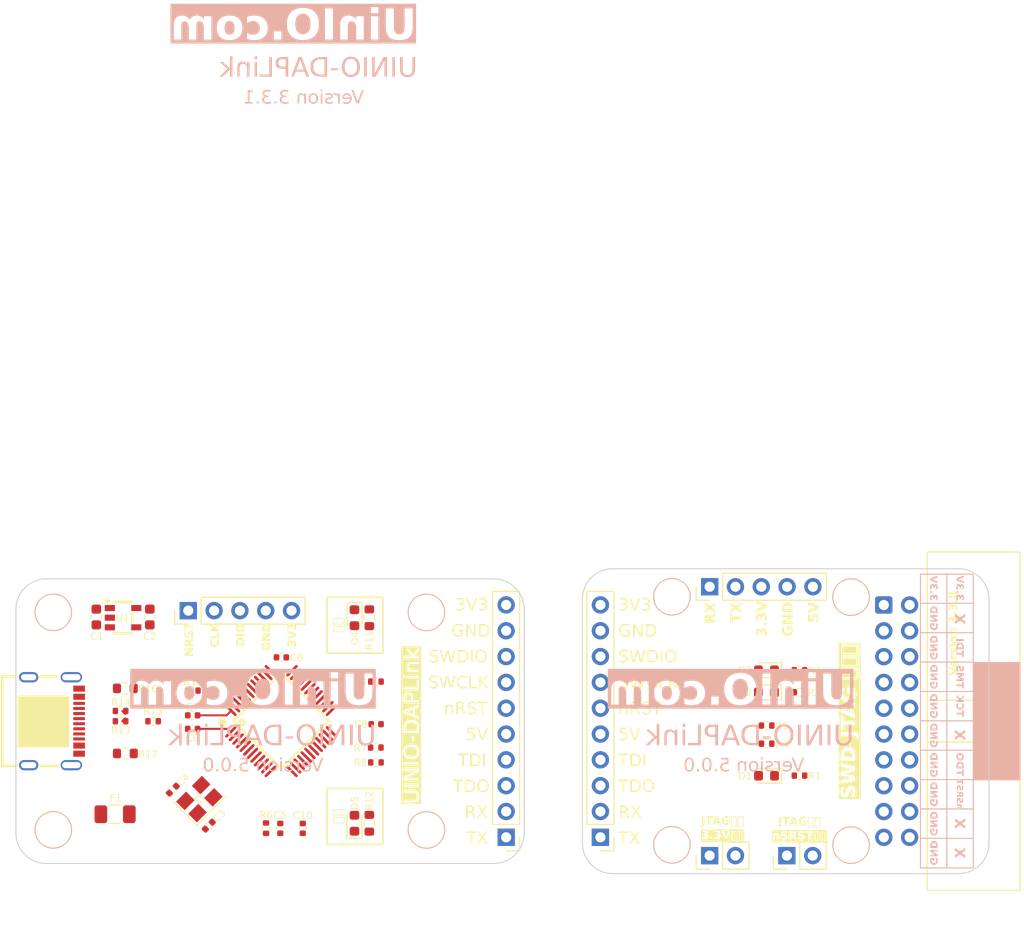
<source format=kicad_pcb>
(kicad_pcb (version 20240108) (generator "pcbnew") (generator_version "8.0")
  (title_block (title "UINIO-DAPLink") (date "2024-01-11") (rev "Version 3.3.1") (company "UinIO.com 电子技术实验室"))
  (layers (0 "F.Cu" signal) (31 "B.Cu" signal) (34 "B.Paste" user) (35 "F.Paste" user) (36 "B.SilkS" user "B.Silkscreen") (37 "F.SilkS" user "F.Silkscreen") (38 "B.Mask" user) (39 "F.Mask" user) (44 "Edge.Cuts" user))
  (net 0 "")
  (net 1 "GND")
  (net 3 "/VDD_3.3V")
  (net 4 "Net-(C3-Pad2)")
  (net 5 "Net-(C4-Pad2)")
  (net 6 "Net-(U2-NRST)")
  (net 7 "Net-(D1-K)")
  (net 8 "Net-(D2-K)")
  (net 9 "/_USART2_RX")
  (net 10 "/_USART2_TX")
  (net 11 "/_VDD_3.3V")
  (net 12 "/_JTAG_nRST_Output")
  (net 13 "/RTCK")
  (net 14 "/_VDD_5V")
  (net 15 "/_JTAG_TMS{slash}SWDIO")
  (net 16 "/_JTAG_TCK{slash}SWCLK")
  (net 17 "/Download_SWCLK")
  (net 18 "/Download_SWDIO")
  (net 19 "/USART2_TX")
  (net 20 "/USART2_RX")
  (net 21 "/nRST")
  (net 22 "/JTAG_TDO")
  (net 23 "/JTAG_TDI")
  (net 24 "/JTAG_TCK{slash}SWCLK")
  (net 25 "/JTAG_TMS{slash}SWDIO")
  (net 26 "/VDD_5V")
  (net 27 "/_JTAG_TDO")
  (net 28 "/_JTAG_TDI")
  (net 29 "Net-(D3-K)")
  (net 30 "Net-(D4-A)")
  (net 31 "Net-(D4-K)")
  (net 32 "Net-(D5-A)")
  (net 33 "/USB_Data_N")
  (net 34 "/USB_Data_P")
  (net 35 "Net-(D5-K)")
  (net 38 "Net-(U2-PB12)")
  (net 39 "Net-(U2-BOOT0)")
  (net 40 "Net-(USB1-CC1)")
  (net 41 "Net-(USB1-CC2)")
  (net 59 "Net-(U2-PD1-OSC_OUT)")
  (net 60 "Net-(U2-PD0-OSC_IN)")
  (net 63 "/_JTAG_nRST")
  (net 64 "/JTAG_nRST")
  (net 66 "/USB_+")
  (net 67 "/USB_-")
  (net 70 "/_VDD_3.3V_Output")
  (net 71 "Net-(J5-Pin_6)")
  (net 72 "Net-(J5-Pin_4)")
  (net 73 "Net-(U2-PB2)")
  (net 74 "/NRST")
  (footprint "Connector_PinHeader_2.54mm:PinHeader_1x05_P2.54mm_Vertical" (layer "F.Cu") (at 109.27 125.8 90)
    (property "Reference" "J6" (hide yes))
    (property "Value" "DAPLink 固件下载接口")
    (pad "1" thru_hole rect (at 0 0 90) (size 1.7 1.7) (drill 1) (layers "*.Cu" "*.Mask") (net 74 "/NRST"))
    (pad "2" thru_hole oval (at 0 2.54 90) (size 1.7 1.7) (drill 1) (layers "*.Cu" "*.Mask") (net 17 "/Download_SWCLK"))
    (pad "3" thru_hole oval (at 0 5.08 90) (size 1.7 1.7) (drill 1) (layers "*.Cu" "*.Mask") (net 18 "/Download_SWDIO"))
    (pad "4" thru_hole oval (at 0 7.62 90) (size 1.7 1.7) (drill 1) (layers "*.Cu" "*.Mask") (net 1 "GND"))
    (pad "5" thru_hole oval (at 0 10.16 90) (size 1.7 1.7) (drill 1) (layers "*.Cu" "*.Mask") (net 3 "/VDD_3.3V"))
  )
  (footprint "Connector_PinHeader_2.54mm:PinHeader_1x10_P2.54mm_Vertical" (layer "F.Cu") (at 140.54 148.1 180)
    (property "Reference" "J7" (hide yes))
    (property "Value" "SWD 下载输出")
    (pad "1" thru_hole rect (at 0 0 180) (size 1.7 1.7) (drill 1) (layers "*.Cu" "*.Mask") (net 19 "/USART2_TX"))
    (pad "2" thru_hole oval (at 0 2.54 180) (size 1.7 1.7) (drill 1) (layers "*.Cu" "*.Mask") (net 20 "/USART2_RX"))
    (pad "3" thru_hole oval (at 0 5.08 180) (size 1.7 1.7) (drill 1) (layers "*.Cu" "*.Mask") (net 22 "/JTAG_TDO"))
    (pad "4" thru_hole oval (at 0 7.62 180) (size 1.7 1.7) (drill 1) (layers "*.Cu" "*.Mask") (net 23 "/JTAG_TDI"))
    (pad "5" thru_hole oval (at 0 10.16 180) (size 1.7 1.7) (drill 1) (layers "*.Cu" "*.Mask") (net 26 "/VDD_5V"))
    (pad "6" thru_hole oval (at 0 12.7 180) (size 1.7 1.7) (drill 1) (layers "*.Cu" "*.Mask") (net 64 "/JTAG_nRST"))
    (pad "7" thru_hole oval (at 0 15.24 180) (size 1.7 1.7) (drill 1) (layers "*.Cu" "*.Mask") (net 24 "/JTAG_TCK{slash}SWCLK"))
    (pad "8" thru_hole oval (at 0 17.78 180) (size 1.7 1.7) (drill 1) (layers "*.Cu" "*.Mask") (net 25 "/JTAG_TMS{slash}SWDIO"))
    (pad "9" thru_hole oval (at 0 20.32 180) (size 1.7 1.7) (drill 1) (layers "*.Cu" "*.Mask") (net 1 "GND"))
    (pad "10" thru_hole oval (at 0 22.86 180) (size 1.7 1.7) (drill 1) (layers "*.Cu" "*.Mask") (net 3 "/VDD_3.3V"))
  )
  (footprint "LED_SMD:LED_0603_1608Metric" (layer "F.Cu") (at 166.155 142.046 180)
    (property "Reference" "D1" (at 2.12 -0.07 0) (layer "F.SilkS") (effects (font (size 0.7 0.7))))
    (property "Value" "LED_Red")
    (pad "1" smd roundrect (at -0.7875 0 180) (size 0.875 0.95) (layers "F.Cu" "F.Paste" "F.Mask") (net 7 "Net-(D1-K)"))
    (pad "2" smd roundrect (at 0.7875 0 180) (size 0.875 0.95) (layers "F.Cu" "F.Paste" "F.Mask") (net 11 "/_VDD_3.3V"))
  )
  (footprint "Capacitor_SMD:C_0402_1005Metric" (layer "F.Cu") (at 111.289845 146.95276 45)
    (property "Reference" "C3" (at 1.413381 0.095311 45) (layer "F.SilkS") (effects (font (size 0.7 0.7))))
    (property "Value" "20pF")
    (pad "1" smd roundrect (at -0.48 0 45) (size 0.56 0.62) (layers "F.Cu" "F.Paste" "F.Mask") (net 1 "GND"))
    (pad "2" smd roundrect (at 0.48 0 45) (size 0.56 0.62) (layers "F.Cu" "F.Paste" "F.Mask") (net 4 "Net-(C3-Pad2)"))
  )
  (footprint "Uinio:Hole-2mm" (layer "F.Cu") (at 95.99 125.97)
    (property "Reference" "HOLE**" (hide yes))
    (property "Value" "Hole-2mm" (hide yes))
    (pad "" np_thru_hole circle (at 0 0) (size 2.2 2.2) (drill 2.2) (layers "F&B.Cu" "*.Mask"))
  )
  (footprint "Resistor_SMD:R_0603_1608Metric" (layer "F.Cu") (at 127.08 126.4965 -90)
    (property "Reference" "R11" (at 2.2525 -0.05 90) (layer "F.SilkS") (effects (font (size 0.7 0.7))))
    (property "Value" "10K")
    (pad "1" smd roundrect (at -0.825 0 270) (size 0.8 0.95) (layers "F.Cu" "F.Paste" "F.Mask") (net 31 "Net-(D4-K)"))
    (pad "2" smd roundrect (at 0.825 0 270) (size 0.8 0.95) (layers "F.Cu" "F.Paste" "F.Mask") (net 1 "GND"))
  )
  (footprint "Uinio:Hole-2mm" (layer "F.Cu") (at 156.85 124.44)
    (property "Reference" "HOLE**" (hide yes))
    (property "Value" "Hole-2mm" (hide yes))
    (pad "" np_thru_hole circle (at 0 0) (size 2.2 2.2) (drill 2.2) (layers "F&B.Cu" "*.Mask"))
  )
  (footprint "Capacitor_SMD:C_0603_1608Metric" (layer "F.Cu") (at 105.485 126.425 -90)
    (property "Reference" "C2" (at 1.959 0.01 180) (layer "F.SilkS") (effects (font (size 0.7 0.7))))
    (property "Value" "1uF")
    (pad "1" smd roundrect (at -0.775 0 270) (size 0.9 0.95) (layers "F.Cu" "F.Paste" "F.Mask") (net 3 "/VDD_3.3V"))
    (pad "2" smd roundrect (at 0.775 0 270) (size 0.9 0.95) (layers "F.Cu" "F.Paste" "F.Mask") (net 1 "GND"))
  )
  (footprint "Resistor_SMD:R_0402_1005Metric" (layer "F.Cu") (at 169.4 133.834)
    (property "Reference" "R2" (at 1.446 0.08 0) (layer "F.SilkS") (effects (font (size 0.7 0.7))))
    (property "Value" "1.5K")
    (pad "1" smd roundrect (at -0.51 0) (size 0.54 0.64) (layers "F.Cu" "F.Paste" "F.Mask") (net 8 "Net-(D2-K)"))
    (pad "2" smd roundrect (at 0.51 0) (size 0.54 0.64) (layers "F.Cu" "F.Paste" "F.Mask") (net 10 "/_USART2_TX"))
  )
  (footprint "LED_SMD:LED_0603_1608Metric" (layer "F.Cu") (at 166.145 131.666 180)
    (property "Reference" "D3" (at 2.11 -0.04 0) (layer "F.SilkS") (effects (font (size 0.7 0.7))))
    (property "Value" "LED_Blue")
    (pad "1" smd roundrect (at -0.7875 0 180) (size 0.875 0.95) (layers "F.Cu" "F.Paste" "F.Mask") (net 29 "Net-(D3-K)"))
    (pad "2" smd roundrect (at 0.7875 0 180) (size 0.875 0.95) (layers "F.Cu" "F.Paste" "F.Mask") (net 11 "/_VDD_3.3V"))
  )
  (footprint "Capacitor_SMD:C_0402_1005Metric" (layer "F.Cu") (at 109.699411 137.430589 180)
    (property "Reference" "C9" (at 0.039411 -0.939411 0) (layer "F.SilkS") (effects (font (size 0.7 0.7))))
    (property "Value" "0.1uF")
    (pad "1" smd roundrect (at -0.48 0 180) (size 0.56 0.62) (layers "F.Cu" "F.Paste" "F.Mask") (net 3 "/VDD_3.3V"))
    (pad "2" smd roundrect (at 0.48 0 180) (size 0.56 0.62) (layers "F.Cu" "F.Paste" "F.Mask") (net 1 "GND"))
  )
  (footprint "Capacitor_SMD:C_0402_1005Metric" (layer "F.Cu") (at 118.32 147.221 90)
    (property "Reference" "C5" (at 1.24 -0.03 180) (layer "F.SilkS") (effects (font (size 0.7 0.7))))
    (property "Value" "0.1uF")
    (pad "1" smd roundrect (at -0.48 0 90) (size 0.56 0.62) (layers "F.Cu" "F.Paste" "F.Mask") (net 6 "Net-(U2-NRST)"))
    (pad "2" smd roundrect (at 0.48 0 90) (size 0.56 0.62) (layers "F.Cu" "F.Paste" "F.Mask") (net 1 "GND"))
  )
  (footprint "Capacitor_SMD:C_0402_1005Metric" (layer "F.Cu") (at 120.53 147.221 -90)
    (property "Reference" "C10" (at -1.23 0 180) (layer "F.SilkS") (effects (font (size 0.7 0.7))))
    (property "Value" "1uF")
    (pad "1" smd roundrect (at -0.48 0 270) (size 0.56 0.62) (layers "F.Cu" "F.Paste" "F.Mask") (net 3 "/VDD_3.3V"))
    (pad "2" smd roundrect (at 0.48 0 270) (size 0.56 0.62) (layers "F.Cu" "F.Paste" "F.Mask") (net 1 "GND"))
  )
  (footprint "Resistor_SMD:R_0603_1608Metric" (layer "F.Cu") (at 103.08 133.45 180)
    (property "Reference" "R16" (at -2.225 -0.079 180) (layer "F.SilkS") (effects (font (size 0.7 0.7))))
    (property "Value" "5.1K")
    (pad "1" smd roundrect (at -0.825 0 180) (size 0.8 0.95) (layers "F.Cu" "F.Paste" "F.Mask") (net 1 "GND"))
    (pad "2" smd roundrect (at 0.825 0 180) (size 0.8 0.95) (layers "F.Cu" "F.Paste" "F.Mask") (net 40 "Net-(USB1-CC1)"))
  )
  (footprint "Connector_IDC:IDC-Header_2x10_P2.54mm_Horizontal" (layer "F.Cu") (at 177.6935 125.245)
    (property "Reference" "J2" (hide yes))
    (property "Value" "扩展板 JTAG 输出")
    (pad "1" thru_hole roundrect (at 0 0) (size 1.7 1.7) (drill 1) (layers "*.Cu" "*.Mask") (roundrect_rratio 0.1470588235) (net 70 "/_VDD_3.3V_Output"))
    (pad "2" thru_hole circle (at 2.54 0) (size 1.7 1.7) (drill 1) (layers "*.Cu" "*.Mask") (net 70 "/_VDD_3.3V_Output"))
    (pad "3" thru_hole circle (at 0 2.54) (size 1.7 1.7) (drill 1) (layers "*.Cu" "*.Mask") (net 21 "/nRST"))
    (pad "4" thru_hole circle (at 2.54 2.54) (size 1.7 1.7) (drill 1) (layers "*.Cu" "*.Mask") (net 1 "GND"))
    (pad "5" thru_hole circle (at 0 5.08) (size 1.7 1.7) (drill 1) (layers "*.Cu" "*.Mask") (net 28 "/_JTAG_TDI"))
    (pad "6" thru_hole circle (at 2.54 5.08) (size 1.7 1.7) (drill 1) (layers "*.Cu" "*.Mask") (net 1 "GND"))
    (pad "7" thru_hole circle (at 0 7.62) (size 1.7 1.7) (drill 1) (layers "*.Cu" "*.Mask") (net 15 "/_JTAG_TMS{slash}SWDIO"))
    (pad "8" thru_hole circle (at 2.54 7.62) (size 1.7 1.7) (drill 1) (layers "*.Cu" "*.Mask") (net 1 "GND"))
    (pad "9" thru_hole circle (at 0 10.16) (size 1.7 1.7) (drill 1) (layers "*.Cu" "*.Mask") (net 16 "/_JTAG_TCK{slash}SWCLK"))
    (pad "10" thru_hole circle (at 2.54 10.16) (size 1.7 1.7) (drill 1) (layers "*.Cu" "*.Mask") (net 1 "GND"))
    (pad "11" thru_hole circle (at 0 12.7) (size 1.7 1.7) (drill 1) (layers "*.Cu" "*.Mask") (net 13 "/RTCK"))
    (pad "12" thru_hole circle (at 2.54 12.7) (size 1.7 1.7) (drill 1) (layers "*.Cu" "*.Mask") (net 1 "GND"))
    (pad "13" thru_hole circle (at 0 15.24) (size 1.7 1.7) (drill 1) (layers "*.Cu" "*.Mask") (net 27 "/_JTAG_TDO"))
    (pad "14" thru_hole circle (at 2.54 15.24) (size 1.7 1.7) (drill 1) (layers "*.Cu" "*.Mask") (net 1 "GND"))
    (pad "15" thru_hole circle (at 0 17.78) (size 1.7 1.7) (drill 1) (layers "*.Cu" "*.Mask") (net 12 "/_JTAG_nRST_Output"))
    (pad "16" thru_hole circle (at 2.54 17.78) (size 1.7 1.7) (drill 1) (layers "*.Cu" "*.Mask") (net 1 "GND"))
    (pad "17" thru_hole circle (at 0 20.32) (size 1.7 1.7) (drill 1) (layers "*.Cu" "*.Mask"))
    (pad "18" thru_hole circle (at 2.54 20.32) (size 1.7 1.7) (drill 1) (layers "*.Cu" "*.Mask") (net 1 "GND"))
    (pad "19" thru_hole circle (at 0 22.86) (size 1.7 1.7) (drill 1) (layers "*.Cu" "*.Mask"))
    (pad "20" thru_hole circle (at 2.54 22.86) (size 1.7 1.7) (drill 1) (layers "*.Cu" "*.Mask") (net 1 "GND"))
  )
  (footprint "Crystal:Crystal_SMD_3225-4Pin_3.2x2.5mm" (layer "F.Cu") (at 110.36 144.34 45)
    (property "Reference" "Y1" (at -0.059999 0 135) (layer "F.SilkS") (effects (font (size 0.7 0.7))))
    (property "Value" "8MHz")
    (pad "1" smd rect (at -1.1 0.85 45) (size 1.4 1.2) (layers "F.Cu" "F.Paste" "F.Mask") (net 59 "Net-(U2-PD1-OSC_OUT)"))
    (pad "2" smd rect (at 1.1 0.85 45) (size 1.4 1.2) (layers "F.Cu" "F.Paste" "F.Mask") (net 4 "Net-(C3-Pad2)"))
    (pad "3" smd rect (at 1.1 -0.85 45) (size 1.4 1.2) (layers "F.Cu" "F.Paste" "F.Mask") (net 60 "Net-(U2-PD0-OSC_IN)"))
    (pad "4" smd rect (at -1.1 -0.85 45) (size 1.4 1.2) (layers "F.Cu" "F.Paste" "F.Mask") (net 5 "Net-(C4-Pad2)"))
  )
  (footprint "Capacitor_SMD:C_0402_1005Metric" (layer "F.Cu") (at 109.699411 136.100589 180)
    (property "Reference" "C7" (at 0.019411 0.780589 0) (layer "F.SilkS") (effects (font (size 0.7 0.7))))
    (property "Value" "0.1uF")
    (pad "1" smd roundrect (at -0.48 0 180) (size 0.56 0.62) (layers "F.Cu" "F.Paste" "F.Mask") (net 3 "/VDD_3.3V"))
    (pad "2" smd roundrect (at 0.48 0 180) (size 0.56 0.62) (layers "F.Cu" "F.Paste" "F.Mask") (net 1 "GND"))
  )
  (footprint "LED_SMD:LED_0603_1608Metric" (layer "F.Cu") (at 125.62 126.4965 -90)
    (property "Reference" "D4" (at 2.0425 -0.11 90) (layer "F.SilkS") (effects (font (size 0.7 0.7))))
    (property "Value" "LED_Blue")
    (pad "1" smd roundrect (at -0.7875 0 270) (size 0.875 0.95) (layers "F.Cu" "F.Paste" "F.Mask") (net 31 "Net-(D4-K)"))
    (pad "2" smd roundrect (at 0.7875 0 270) (size 0.875 0.95) (layers "F.Cu" "F.Paste" "F.Mask") (net 30 "Net-(D4-A)"))
  )
  (footprint "Uinio:Hole-2mm" (layer "F.Cu") (at 174.47 148.875)
    (property "Reference" "HOLE**" (hide yes))
    (property "Value" "Hole-2mm" (hide yes))
    (pad "" np_thru_hole circle (at 0 0) (size 2.2 2.2) (drill 2.2) (layers "F&B.Cu" "*.Mask"))
  )
  (footprint "Uinio:Hole-2mm" (layer "F.Cu") (at 156.85 148.84)
    (property "Reference" "HOLE**" (hide yes))
    (property "Value" "Hole-2mm" (hide yes))
    (pad "" np_thru_hole circle (at 0 0) (size 2.2 2.2) (drill 2.2) (layers "F&B.Cu" "*.Mask"))
  )
  (footprint "Capacitor_SMD:C_0402_1005Metric" (layer "F.Cu") (at 127.75 136.971)
    (property "Reference" "C8" (at -1.49 0.06 0) (layer "F.SilkS") (effects (font (size 0.7 0.7))))
    (property "Value" "0.1uF")
    (pad "1" smd roundrect (at -0.48 0) (size 0.56 0.62) (layers "F.Cu" "F.Paste" "F.Mask") (net 3 "/VDD_3.3V"))
    (pad "2" smd roundrect (at 0.48 0) (size 0.56 0.62) (layers "F.Cu" "F.Paste" "F.Mask") (net 1 "GND"))
  )
  (footprint "Uinio:Hole-2mm" (layer "F.Cu") (at 95.99 147.37)
    (property "Reference" "HOLE**" (hide yes))
    (property "Value" "Hole-2mm" (hide yes))
    (pad "" np_thru_hole circle (at 0 0) (size 2.2 2.2) (drill 2.2) (layers "F&B.Cu" "*.Mask"))
  )
  (footprint "Resistor_SMD:R_0402_1005Metric" (layer "F.Cu") (at 169.4 131.66)
    (property "Reference" "R3" (at 1.446 0.084 0) (layer "F.SilkS") (effects (font (size 0.7 0.7))))
    (property "Value" "1.5K")
    (pad "1" smd roundrect (at -0.51 0) (size 0.54 0.64) (layers "F.Cu" "F.Paste" "F.Mask") (net 29 "Net-(D3-K)"))
    (pad "2" smd roundrect (at 0.51 0) (size 0.54 0.64) (layers "F.Cu" "F.Paste" "F.Mask") (net 9 "/_USART2_RX"))
  )
  (footprint "Resistor_SMD:R_0603_1608Metric" (layer "F.Cu") (at 127.08 146.7165 90)
    (property "Reference" "R12" (at 2.22 0.05 90) (layer "F.SilkS") (effects (font (size 0.7 0.7))))
    (property "Value" "10K")
    (pad "1" smd roundrect (at -0.825 0 90) (size 0.8 0.95) (layers "F.Cu" "F.Paste" "F.Mask") (net 35 "Net-(D5-K)"))
    (pad "2" smd roundrect (at 0.825 0 90) (size 0.8 0.95) (layers "F.Cu" "F.Paste" "F.Mask") (net 1 "GND"))
  )
  (footprint "Uinio:Hole-2mm" (layer "F.Cu") (at 132.7 125.975)
    (property "Reference" "HOLE**" (hide yes))
    (property "Value" "Hole-2mm" (hide yes))
    (pad "" np_thru_hole circle (at 0 0) (size 2.2 2.2) (drill 2.2) (layers "F&B.Cu" "*.Mask"))
  )
  (footprint "Uinio:SOT-23-5_L3.0-W1.7-P0.95-LS2.8-BR" (layer "F.Cu") (at 102.855 126.494 180)
    (property "Reference" "U1" (at -0.62 -0.086 180) (layer "F.SilkS") (effects (font (size 0.7 0.7)) (justify right)))
    (property "Value" "ME6211C33M5G")
    (pad "1" smd rect (at 1.3 0.95 180) (size 1 0.6) (layers "F.Cu" "F.Paste" "F.Mask") (net 26 "/VDD_5V"))
    (pad "2" smd rect (at 1.3 0 180) (size 1 0.6) (layers "F.Cu" "F.Paste" "F.Mask") (net 1 "GND"))
    (pad "3" smd rect (at 1.3 -0.95 180) (size 1 0.6) (layers "F.Cu" "F.Paste" "F.Mask") (net 26 "/VDD_5V"))
    (pad "4" smd rect (at -1.3 -0.95 180) (size 1 0.6) (layers "F.Cu" "F.Paste" "F.Mask"))
    (pad "5" smd rect (at -1.3 0.95 180) (size 1 0.6) (layers "F.Cu" "F.Paste" "F.Mask") (net 3 "/VDD_3.3V"))
  )
  (footprint "Connector_PinHeader_2.54mm:PinHeader_1x02_P2.54mm_Vertical" (layer "F.Cu") (at 160.56 149.9 90)
    (property "Reference" "J4" (hide yes))
    (property "Value" "3.3V 跳线选择")
    (pad "1" thru_hole rect (at 0 0 90) (size 1.7 1.7) (drill 1) (layers "*.Cu" "*.Mask") (net 11 "/_VDD_3.3V"))
    (pad "2" thru_hole oval (at 0 2.54 90) (size 1.7 1.7) (drill 1) (layers "*.Cu" "*.Mask") (net 70 "/_VDD_3.3V_Output"))
  )
  (footprint "LED_SMD:LED_0603_1608Metric" (layer "F.Cu") (at 125.62 146.7165 90)
    (property "Reference" "D5" (at 1.97 0.06 90) (layer "F.SilkS") (effects (font (size 0.7 0.7))))
    (property "Value" "LED_Red")
    (pad "1" smd roundrect (at -0.7875 0 90) (size 0.875 0.95) (layers "F.Cu" "F.Paste" "F.Mask") (net 35 "Net-(D5-K)"))
    (pad "2" smd roundrect (at 0.7875 0 90) (size 0.875 0.95) (layers "F.Cu" "F.Paste" "F.Mask") (net 32 "Net-(D5-A)"))
  )
  (footprint "Capacitor_SMD:C_0603_1608Metric" (layer "F.Cu") (at 100.225 126.425 -90)
    (property "Reference" "C1" (at 1.954 -0.05 180) (layer "F.SilkS") (effects (font (size 0.7 0.7))))
    (property "Value" "1uF")
    (pad "1" smd roundrect (at -0.775 0 270) (size 0.9 0.95) (layers "F.Cu" "F.Paste" "F.Mask") (net 26 "/VDD_5V"))
    (pad "2" smd roundrect (at 0.775 0 270) (size 0.9 0.95) (layers "F.Cu" "F.Paste" "F.Mask") (net 1 "GND"))
  )
  (footprint "Resistor_SMD:R_0402_1005Metric" (layer "F.Cu") (at 116.92 147.201 90)
    (property "Reference" "R6" (at 1.26 -0.01 180) (layer "F.SilkS") (effects (font (size 0.7 0.7))))
    (property "Value" "10K")
    (pad "1" smd roundrect (at -0.51 0 90) (size 0.54 0.64) (layers "F.Cu" "F.Paste" "F.Mask") (net 6 "Net-(U2-NRST)"))
    (pad "2" smd roundrect (at 0.51 0 90) (size 0.54 0.64) (layers "F.Cu" "F.Paste" "F.Mask") (net 3 "/VDD_3.3V"))
  )
  (footprint "Uinio:LQFP-48_L7.0-W7.0-P0.50-LS9.0" (layer "F.Cu") (at 118.410324 136.665589 -45)
    (property "Reference" "U2" (hide yes))
    (property "Value" "STM32F103C8T6")
    (pad "1" smd oval (at -2.75 4.25 315) (size 0.27 1.5) (layers "F.Cu" "F.Paste" "F.Mask") (net 3 "/VDD_3.3V"))
    (pad "2" smd oval (at -2.25 4.25 315) (size 0.27 1.5) (layers "F.Cu" "F.Paste" "F.Mask"))
    (pad "3" smd oval (at -1.75 4.25 315) (size 0.27 1.5) (layers "F.Cu" "F.Paste" "F.Mask"))
    (pad "4" smd oval (at -1.25 4.25 315) (size 0.27 1.5) (layers "F.Cu" "F.Paste" "F.Mask"))
    (pad "5" smd oval (at -0.75 4.25 315) (size 0.27 1.5) (layers "F.Cu" "F.Paste" "F.Mask") (net 60 "Net-(U2-PD0-OSC_IN)"))
    (pad "6" smd oval (at -0.25 4.25 315) (size 0.27 1.5) (layers "F.Cu" "F.Paste" "F.Mask") (net 59 "Net-(U2-PD1-OSC_OUT)"))
    (pad "7" smd oval (at 0.25 4.25 315) (size 0.27 1.5) (layers "F.Cu" "F.Paste" "F.Mask") (net 6 "Net-(U2-NRST)"))
    (pad "8" smd oval (at 0.75 4.25 315) (size 0.27 1.5) (layers "F.Cu" "F.Paste" "F.Mask") (net 1 "GND"))
    (pad "9" smd oval (at 1.25 4.25 315) (size 0.27 1.5) (layers "F.Cu" "F.Paste" "F.Mask") (net 3 "/VDD_3.3V"))
    (pad "10" smd oval (at 1.75 4.25 315) (size 0.27 1.5) (layers "F.Cu" "F.Paste" "F.Mask"))
    (pad "11" smd oval (at 2.25 4.25 315) (size 0.27 1.5) (layers "F.Cu" "F.Paste" "F.Mask"))
    (pad "12" smd oval (at 2.75 4.25 315) (size 0.27 1.5) (layers "F.Cu" "F.Paste" "F.Mask") (net 19 "/USART2_TX"))
    (pad "13" smd oval (at 4.25 2.75 315) (size 1.5 0.27) (layers "F.Cu" "F.Paste" "F.Mask") (net 20 "/USART2_RX"))
    (pad "14" smd oval (at 4.25 2.25 315) (size 1.5 0.27) (layers "F.Cu" "F.Paste" "F.Mask"))
    (pad "15" smd oval (at 4.25 1.75 315) (size 1.5 0.27) (layers "F.Cu" "F.Paste" "F.Mask") (net 22 "/JTAG_TDO"))
    (pad "16" smd oval (at 4.25 1.25 315) (size 1.5 0.27) (layers "F.Cu" "F.Paste" "F.Mask"))
    (pad "17" smd oval (at 4.25 0.75 315) (size 1.5 0.27) (layers "F.Cu" "F.Paste" "F.Mask") (net 23 "/JTAG_TDI"))
    (pad "18" smd oval (at 4.25 0.25 315) (size 1.5 0.27) (layers "F.Cu" "F.Paste" "F.Mask") (net 64 "/JTAG_nRST"))
    (pad "19" smd oval (at 4.25 -0.25 315) (size 1.5 0.27) (layers "F.Cu" "F.Paste" "F.Mask"))
    (pad "20" smd oval (at 4.25 -0.75 315) (size 1.5 0.27) (layers "F.Cu" "F.Paste" "F.Mask") (net 73 "Net-(U2-PB2)"))
    (pad "21" smd oval (at 4.25 -1.25 315) (size 1.5 0.27) (layers "F.Cu" "F.Paste" "F.Mask"))
    (pad "22" smd oval (at 4.25 -1.75 315) (size 1.5 0.27) (layers "F.Cu" "F.Paste" "F.Mask"))
    (pad "23" smd oval (at 4.25 -2.25 315) (size 1.5 0.27) (layers "F.Cu" "F.Paste" "F.Mask") (net 1 "GND"))
    (pad "24" smd oval (at 4.25 -2.75 315) (size 1.5 0.27) (layers "F.Cu" "F.Paste" "F.Mask") (net 3 "/VDD_3.3V"))
    (pad "25" smd oval (at 2.75 -4.25 315) (size 0.27 1.5) (layers "F.Cu" "F.Paste" "F.Mask") (net 38 "Net-(U2-PB12)"))
    (pad "26" smd oval (at 2.25 -4.25 315) (size 0.27 1.5) (layers "F.Cu" "F.Paste" "F.Mask") (net 24 "/JTAG_TCK{slash}SWCLK"))
    (pad "27" smd oval (at 1.75 -4.25 315) (size 0.27 1.5) (layers "F.Cu" "F.Paste" "F.Mask") (net 25 "/JTAG_TMS{slash}SWDIO"))
    (pad "28" smd oval (at 1.25 -4.25 315) (size 0.27 1.5) (layers "F.Cu" "F.Paste" "F.Mask"))
    (pad "29" smd oval (at 0.75 -4.25 315) (size 0.27 1.5) (layers "F.Cu" "F.Paste" "F.Mask"))
    (pad "30" smd oval (at 0.25 -4.25 315) (size 0.27 1.5) (layers "F.Cu" "F.Paste" "F.Mask") (net 32 "Net-(D5-A)"))
    (pad "31" smd oval (at -0.25 -4.25 315) (size 0.27 1.5) (layers "F.Cu" "F.Paste" "F.Mask"))
    (pad "32" smd oval (at -0.75 -4.25 315) (size 0.27 1.5) (layers "F.Cu" "F.Paste" "F.Mask") (net 33 "/USB_Data_N"))
    (pad "33" smd oval (at -1.25 -4.25 315) (size 0.27 1.5) (layers "F.Cu" "F.Paste" "F.Mask") (net 34 "/USB_Data_P"))
    (pad "34" smd oval (at -1.75 -4.25 315) (size 0.27 1.5) (layers "F.Cu" "F.Paste" "F.Mask") (net 18 "/Download_SWDIO"))
    (pad "35" smd oval (at -2.25 -4.25 315) (size 0.27 1.5) (layers "F.Cu" "F.Paste" "F.Mask") (net 1 "GND"))
    (pad "36" smd oval (at -2.75 -4.25 315) (size 0.27 1.5) (layers "F.Cu" "F.Paste" "F.Mask") (net 3 "/VDD_3.3V"))
    (pad "37" smd oval (at -4.25 -2.75 315) (size 1.5 0.27) (layers "F.Cu" "F.Paste" "F.Mask") (net 17 "/Download_SWCLK"))
    (pad "38" smd oval (at -4.25 -2.25 315) (size 1.5 0.27) (layers "F.Cu" "F.Paste" "F.Mask"))
    (pad "39" smd oval (at -4.25 -1.75 315) (size 1.5 0.27) (layers "F.Cu" "F.Paste" "F.Mask"))
    (pad "40" smd oval (at -4.25 -1.25 315) (size 1.5 0.27) (layers "F.Cu" "F.Paste" "F.Mask"))
    (pad "41" smd oval (at -4.25 -0.75 315) (size 1.5 0.27) (layers "F.Cu" "F.Paste" "F.Mask"))
    (pad "42" smd oval (at -4.25 -0.25 315) (size 1.5 0.27) (layers "F.Cu" "F.Paste" "F.Mask") (net 30 "Net-(D4-A)"))
    (pad "43" smd oval (at -4.25 0.25 315) (size 1.5 0.27) (layers "F.Cu" "F.Paste" "F.Mask"))
    (pad "44" smd oval (at -4.25 0.75 315) (size 1.5 0.27) (layers "F.Cu" "F.Paste" "F.Mask") (net 39 "Net-(U2-BOOT0)"))
    (pad "45" smd oval (at -4.25 1.25 315) (size 1.5 0.27) (layers "F.Cu" "F.Paste" "F.Mask"))
    (pad "46" smd oval (at -4.25 1.75 315) (size 1.5 0.27) (layers "F.Cu" "F.Paste" "F.Mask"))
    (pad "47" smd oval (at -4.25 2.25 315) (size 1.5 0.27) (layers "F.Cu" "F.Paste" "F.Mask") (net 1 "GND"))
    (pad "48" smd oval (at -4.25 2.75 315) (size 1.5 0.27) (layers "F.Cu" "F.Paste" "F.Mask") (net 3 "/VDD_3.3V"))
  )
  (footprint "Capacitor_SMD:C_0402_1005Metric" (layer "F.Cu") (at 118.429411 130.4 180)
    (property "Reference" "C6" (at -1.480589 -0.08 0) (layer "F.SilkS") (effects (font (size 0.7 0.7))))
    (property "Value" "0.1uF")
    (pad "1" smd roundrect (at -0.48 0 180) (size 0.56 0.62) (layers "F.Cu" "F.Paste" "F.Mask") (net 3 "/VDD_3.3V"))
    (pad "2" smd roundrect (at 0.48 0 180) (size 0.56 0.62) (layers "F.Cu" "F.Paste" "F.Mask") (net 1 "GND"))
  )
  (footprint "Uinio:USB-C-SMD_TYPEC-304J-BCP16" (layer "F.Cu") (at 96.048 136.675 -90)
    (property "Reference" "USB1" (at -1.16 0.98 90) (layer "F.SilkS") (effects (font (size 0.7 0.7)) (justify right)))
    (property "Value" "USB_Type_C_16Pin")
    (pad "" np_thru_hole circle (at -2.89 -1.219 270) (size 0.65 0.65) (drill 0.65) (layers "*.Cu" "*.Mask"))
    (pad "" np_thru_hole circle (at 2.89 -1.219 270) (size 0.65 0.65) (drill 0.65) (layers "*.Cu" "*.Mask"))
    (pad "13" thru_hole oval (at -4.325 -1.719 270) (size 1 2.1) (drill oval 0.6 1.8) (layers "*.Cu" "*.Mask") (net 1 "GND"))
    (pad "14" thru_hole oval (at 4.325 -1.719 270) (size 1 2.1) (drill oval 0.6 1.8) (layers "*.Cu" "*.Mask") (net 1 "GND"))
    (pad "15" thru_hole oval (at -4.325 2.481 270) (size 1 1.9) (drill oval 0.6 1.5) (layers "*.Cu" "*.Mask") (net 1 "GND"))
    (pad "16" thru_hole oval (at 4.325 2.481 270) (size 1 1.9) (drill oval 0.6 1.5) (layers "*.Cu" "*.Mask") (net 1 "GND"))
    (pad "A1B12" smd rect (at -3.2 -2.481 270) (size 0.6 1.15) (layers "F.Cu" "F.Paste" "F.Mask") (net 1 "GND"))
    (pad "A4B9" smd rect (at -2.4 -2.481 270) (size 0.6 1.15) (layers "F.Cu" "F.Paste" "F.Mask") (net 26 "/VDD_5V"))
    (pad "A5" smd rect (at -1.25 -2.481 270) (size 0.3 1.15) (layers "F.Cu" "F.Paste" "F.Mask") (net 40 "Net-(USB1-CC1)"))
    (pad "A6" smd rect (at -0.25 -2.481 270) (size 0.3 1.15) (layers "F.Cu" "F.Paste" "F.Mask") (net 66 "/USB_+"))
    (pad "A7" smd rect (at 0.25 -2.481 270) (size 0.3 1.15) (layers "F.Cu" "F.Paste" "F.Mask") (net 67 "/USB_-"))
    (pad "A8" smd rect (at 1.25 -2.481 270) (size 0.3 1.15) (layers "F.Cu" "F.Paste" "F.Mask"))
    (pad "B1A12" smd rect (at 3.2 -2.481 270) (size 0.6 1.15) (layers "F.Cu" "F.Paste" "F.Mask") (net 1 "GND"))
    (pad "B4A9" smd rect (at 2.4 -2.481 270) (size 0.6 1.15) (layers "F.Cu" "F.Paste" "F.Mask") (net 26 "/VDD_5V"))
    (pad "B5" smd rect (at 1.75 -2.481 270) (size 0.3 1.15) (layers "F.Cu" "F.Paste" "F.Mask") (net 41 "Net-(USB1-CC2)"))
    (pad "B6" smd rect (at 0.75 -2.481 270) (size 0.3 1.15) (layers "F.Cu" "F.Paste" "F.Mask") (net 66 "/USB_+"))
    (pad "B7" smd rect (at -0.75 -2.481 270) (size 0.3 1.15) (layers "F.Cu" "F.Paste" "F.Mask") (net 67 "/USB_-"))
    (pad "B8" smd rect (at -1.75 -2.481 270) (size 0.3 1.15) (layers "F.Cu" "F.Paste" "F.Mask"))
  )
  (footprint "Fuse:Fuse_1206_3216Metric" (layer "F.Cu") (at 102.07 145.83)
    (property "Reference" "F1" (at 0.045 -1.565 180) (layer "F.SilkS") (effects (font (size 0.7 0.7))))
    (property "Value" "Fuse")
    (pad "1" smd roundrect (at -1.4 0) (size 1.25 1.75) (layers "F.Cu" "F.Paste" "F.Mask") (roundrect_rratio 0.2) (net 26 "/VDD_5V"))
    (pad "2" smd roundrect (at 1.4 0) (size 1.25 1.75) (layers "F.Cu" "F.Paste" "F.Mask") (roundrect_rratio 0.2) (net 26 "/VDD_5V"))
  )
  (footprint "Connector_PinHeader_2.54mm:PinHeader_1x05_P2.54mm_Vertical" (layer "F.Cu") (at 160.56 123.45 90)
    (property "Reference" "J1" (hide yes))
    (property "Value" "扩展板串口 & 电源输出")
    (pad "1" thru_hole rect (at 0 0 90) (size 1.7 1.7) (drill 1) (layers "*.Cu" "*.Mask") (net 9 "/_USART2_RX"))
    (pad "2" thru_hole oval (at 0 2.54 90) (size 1.7 1.7) (drill 1) (layers "*.Cu" "*.Mask") (net 10 "/_USART2_TX"))
    (pad "3" thru_hole oval (at 0 5.08 90) (size 1.7 1.7) (drill 1) (layers "*.Cu" "*.Mask") (net 11 "/_VDD_3.3V"))
    (pad "4" thru_hole oval (at 0 7.62 90) (size 1.7 1.7) (drill 1) (layers "*.Cu" "*.Mask") (net 1 "GND"))
    (pad "5" thru_hole oval (at 0 10.16 90) (size 1.7 1.7) (drill 1) (layers "*.Cu" "*.Mask") (net 14 "/_VDD_5V"))
  )
  (footprint "Resistor_SMD:R_0402_1005Metric" (layer "F.Cu") (at 166.165 137.106 180)
    (property "Reference" "R5" (at -1.525 -0.084 180) (layer "F.SilkS") (effects (font (size 0.7 0.7))))
    (property "Value" "22R")
    (pad "1" smd roundrect (at -0.51 0 180) (size 0.54 0.64) (layers "F.Cu" "F.Paste" "F.Mask") (net 63 "/_JTAG_nRST"))
    (pad "2" smd roundrect (at 0.51 0 180) (size 0.54 0.64) (layers "F.Cu" "F.Paste" "F.Mask") (net 71 "Net-(J5-Pin_6)"))
  )
  (footprint "Resistor_SMD:R_0402_1005Metric" (layer "F.Cu") (at 105.81 136.679 180)
    (property "Reference" "R15" (at 0 0.949 0) (layer "F.SilkS") (effects (font (size 0.7 0.7))))
    (property "Value" "1.5K")
    (pad "1" smd roundrect (at -0.51 0 180) (size 0.54 0.64) (layers "F.Cu" "F.Paste" "F.Mask") (net 3 "/VDD_3.3V"))
    (pad "2" smd roundrect (at 0.51 0 180) (size 0.54 0.64) (layers "F.Cu" "F.Paste" "F.Mask") (net 34 "/USB_Data_P"))
  )
  (footprint "Connector_PinHeader_2.54mm:PinHeader_1x10_P2.54mm_Vertical" (layer "F.Cu") (at 149.815 148.1 180)
    (property "Reference" "J5" (hide yes))
    (property "Value" "扩展板 SWD 输入")
    (pad "1" thru_hole rect (at 0 0 180) (size 1.7 1.7) (drill 1) (layers "*.Cu" "*.Mask") (net 10 "/_USART2_TX"))
    (pad "2" thru_hole oval (at 0 2.54 180) (size 1.7 1.7) (drill 1) (layers "*.Cu" "*.Mask") (net 9 "/_USART2_RX"))
    (pad "3" thru_hole oval (at 0 5.08 180) (size 1.7 1.7) (drill 1) (layers "*.Cu" "*.Mask") (net 27 "/_JTAG_TDO"))
    (pad "4" thru_hole oval (at 0 7.62 180) (size 1.7 1.7) (drill 1) (layers "*.Cu" "*.Mask") (net 72 "Net-(J5-Pin_4)"))
    (pad "5" thru_hole oval (at 0 10.16 180) (size 1.7 1.7) (drill 1) (layers "*.Cu" "*.Mask") (net 14 "/_VDD_5V"))
    (pad "6" thru_hole oval (at 0 12.7 180) (size 1.7 1.7) (drill 1) (layers "*.Cu" "*.Mask") (net 71 "Net-(J5-Pin_6)"))
    (pad "7" thru_hole oval (at 0 15.24 180) (size 1.7 1.7) (drill 1) (layers "*.Cu" "*.Mask") (net 16 "/_JTAG_TCK{slash}SWCLK"))
    (pad "8" thru_hole oval (at 0 17.78 180) (size 1.7 1.7) (drill 1) (layers "*.Cu" "*.Mask") (net 15 "/_JTAG_TMS{slash}SWDIO"))
    (pad "9" thru_hole oval (at 0 20.32 180) (size 1.7 1.7) (drill 1) (layers "*.Cu" "*.Mask") (net 1 "GND"))
    (pad "10" thru_hole oval (at 0 22.86 180) (size 1.7 1.7) (drill 1) (layers "*.Cu" "*.Mask") (net 11 "/_VDD_3.3V"))
  )
  (footprint "Resistor_SMD:R_0402_1005Metric" (layer "F.Cu") (at 102.61 136.679 180)
    (property "Reference" "R13" (at -0.015 -0.93 0) (layer "F.SilkS") (effects (font (size 0.7 0.7))))
    (property "Value" "0R")
    (pad "1" smd roundrect (at -0.51 0 180) (size 0.54 0.64) (layers "F.Cu" "F.Paste" "F.Mask") (net 34 "/USB_Data_P"))
    (pad "2" smd roundrect (at 0.51 0 180) (size 0.54 0.64) (layers "F.Cu" "F.Paste" "F.Mask") (net 66 "/USB_+"))
  )
  (footprint "Resistor_SMD:R_0402_1005Metric" (layer "F.Cu") (at 127.72 139.271 180)
    (property "Reference" "R7" (at 1.53 -0.1 0) (layer "F.SilkS") (effects (font (size 0.7 0.7))))
    (property "Value" "10K")
    (pad "1" smd roundrect (at -0.51 0 180) (size 0.54 0.64) (layers "F.Cu" "F.Paste" "F.Mask") (net 64 "/JTAG_nRST"))
    (pad "2" smd roundrect (at 0.51 0 180) (size 0.54 0.64) (layers "F.Cu" "F.Paste" "F.Mask") (net 3 "/VDD_3.3V"))
  )
  (footprint "Resistor_SMD:R_0603_1608Metric" (layer "F.Cu") (at 103.08 139.85 180)
    (property "Reference" "R17" (at -2.225 -0.109 180) (layer "F.SilkS") (effects (font (size 0.7 0.7))))
    (property "Value" "5.1K")
    (pad "1" smd roundrect (at -0.825 0 180) (size 0.8 0.95) (layers "F.Cu" "F.Paste" "F.Mask") (net 1 "GND"))
    (pad "2" smd roundrect (at 0.825 0 180) (size 0.8 0.95) (layers "F.Cu" "F.Paste" "F.Mask") (net 41 "Net-(USB1-CC2)"))
  )
  (footprint "Uinio:Hole-2mm" (layer "F.Cu") (at 132.7 147.375)
    (property "Reference" "HOLE**" (hide yes))
    (property "Value" "Hole-2mm" (hide yes))
    (pad "" np_thru_hole circle (at 0 0) (size 2.2 2.2) (drill 2.2) (layers "F&B.Cu" "*.Mask"))
  )
  (footprint "Resistor_SMD:R_0402_1005Metric" (layer "F.Cu") (at 102.61 135.669 180)
    (property "Reference" "R14" (at -0.045 0.79 0) (layer "F.SilkS") (effects (font (size 0.7 0.7))))
    (property "Value" "0R")
    (pad "1" smd roundrect (at -0.51 0 180) (size 0.54 0.64) (layers "F.Cu" "F.Paste" "F.Mask") (net 33 "/USB_Data_N"))
    (pad "2" smd roundrect (at 0.51 0 180) (size 0.54 0.64) (layers "F.Cu" "F.Paste" "F.Mask") (net 67 "/USB_-"))
  )
  (footprint "LED_SMD:LED_0603_1608Metric" (layer "F.Cu") (at 166.145 133.846 180)
    (property "Reference" "D2" (at 2.11 -0.07 0) (layer "F.SilkS") (effects (font (size 0.7 0.7))))
    (property "Value" "LED_Blue")
    (pad "1" smd roundrect (at -0.7875 0 180) (size 0.875 0.95) (layers "F.Cu" "F.Paste" "F.Mask") (net 8 "Net-(D2-K)"))
    (pad "2" smd roundrect (at 0.7875 0 180) (size 0.875 0.95) (layers "F.Cu" "F.Paste" "F.Mask") (net 11 "/_VDD_3.3V"))
  )
  (footprint "Capacitor_SMD:C_0402_1005Metric" (layer "F.Cu") (at 107.74724 143.410155 -135)
    (property "Reference" "C4" (at -1.420452 -0.091924 45) (layer "F.SilkS") (effects (font (size 0.7 0.7))))
    (property "Value" "20pF")
    (pad "1" smd roundrect (at -0.48 0 225) (size 0.56 0.62) (layers "F.Cu" "F.Paste" "F.Mask") (net 1 "GND"))
    (pad "2" smd roundrect (at 0.48 0 225) (size 0.56 0.62) (layers "F.Cu" "F.Paste" "F.Mask") (net 5 "Net-(C4-Pad2)"))
  )
  (footprint "Resistor_SMD:R_0402_1005Metric" (layer "F.Cu") (at 127.73 140.731)
    (property "Reference" "R8" (at -1.53 0.04 0) (layer "F.SilkS") (effects (font (size 0.7 0.7))))
    (property "Value" "10K")
    (pad "1" smd roundrect (at -0.51 0) (size 0.54 0.64) (layers "F.Cu" "F.Paste" "F.Mask") (net 73 "Net-(U2-PB2)"))
    (pad "2" smd roundrect (at 0.51 0) (size 0.54 0.64) (layers "F.Cu" "F.Paste" "F.Mask") (net 1 "GND"))
  )
  (footprint "Uinio:Hole-2mm" (layer "F.Cu") (at 174.47 124.475)
    (property "Reference" "HOLE**" (hide yes))
    (property "Value" "Hole-2mm" (hide yes))
    (pad "" np_thru_hole circle (at 0 0) (size 2.2 2.2) (drill 2.2) (layers "F&B.Cu" "*.Mask"))
  )
  (footprint "Resistor_SMD:R_0402_1005Metric" (layer "F.Cu") (at 127.73 132.781)
    (property "Reference" "R9" (at -1.54 0.09 0) (layer "F.SilkS") (effects (font (size 0.7 0.7))))
    (property "Value" "100R")
    (pad "1" smd roundrect (at -0.51 0) (size 0.54 0.64) (layers "F.Cu" "F.Paste" "F.Mask") (net 25 "/JTAG_TMS{slash}SWDIO"))
    (pad "2" smd roundrect (at 0.51 0) (size 0.54 0.64) (layers "F.Cu" "F.Paste" "F.Mask") (net 38 "Net-(U2-PB12)"))
  )
  (footprint "Resistor_SMD:R_0402_1005Metric" (layer "F.Cu") (at 169.4 142.03 180)
    (property "Reference" "R1" (at -1.446 -0.074 180) (layer "F.SilkS") (effects (font (size 0.7 0.7))))
    (property "Value" "1.5K")
    (pad "1" smd roundrect (at -0.51 0 180) (size 0.54 0.64) (layers "F.Cu" "F.Paste" "F.Mask") (net 1 "GND"))
    (pad "2" smd roundrect (at 0.51 0 180) (size 0.54 0.64) (layers "F.Cu" "F.Paste" "F.Mask") (net 7 "Net-(D1-K)"))
  )
  (footprint "Resistor_SMD:R_0402_1005Metric" (layer "F.Cu") (at 166.165 138.886 180)
    (property "Reference" "R4" (at -1.525 -0.084 180) (layer "F.SilkS") (effects (font (size 0.7 0.7))))
    (property "Value" "22R")
    (pad "1" smd roundrect (at -0.51 0 180) (size 0.54 0.64) (layers "F.Cu" "F.Paste" "F.Mask") (net 28 "/_JTAG_TDI"))
    (pad "2" smd roundrect (at 0.51 0 180) (size 0.54 0.64) (layers "F.Cu" "F.Paste" "F.Mask") (net 72 "Net-(J5-Pin_4)"))
  )
  (footprint "Connector_PinHeader_2.54mm:PinHeader_1x02_P2.54mm_Vertical" (layer "F.Cu") (at 168.16 149.9 90)
    (property "Reference" "J3" (hide yes))
    (property "Value" "JTAG_nTRST 跳线选择")
    (pad "1" thru_hole rect (at 0 0 90) (size 1.7 1.7) (drill 1) (layers "*.Cu" "*.Mask") (net 63 "/_JTAG_nRST"))
    (pad "2" thru_hole oval (at 0 2.54 90) (size 1.7 1.7) (drill 1) (layers "*.Cu" "*.Mask") (net 12 "/_JTAG_nRST_Output"))
  )
  (footprint "Resistor_SMD:R_0402_1005Metric" (layer "F.Cu") (at 109.719411 133.670589 180)
    (property "Reference" "R10" (at -0.030589 0.790589 0) (layer "F.SilkS") (effects (font (size 0.7 0.7))))
    (property "Value" "10K")
    (pad "1" smd roundrect (at -0.51 0 180) (size 0.54 0.64) (layers "F.Cu" "F.Paste" "F.Mask") (net 39 "Net-(U2-BOOT0)"))
    (pad "2" smd roundrect (at 0.51 0 180) (size 0.54 0.64) (layers "F.Cu" "F.Paste" "F.Mask") (net 1 "GND"))
  )
  (gr_line (start 181.295 133.750001) (end 186.495 133.750001) (stroke (width 0.1)) (layer "B.SilkS"))
  (gr_line (start 181.295 142.420001) (end 186.495 142.420001) (stroke (width 0.1)) (layer "B.SilkS"))
  (gr_line (start 181.295 148.200001) (end 186.495 148.200001) (stroke (width 0.1)) (layer "B.SilkS"))
  (gr_line (start 181.295 130.860001) (end 186.495 130.860001) (stroke (width 0.1)) (layer "B.SilkS"))
  (gr_line (start 181.295 125.080001) (end 186.495 125.080001) (stroke (width 0.1)) (layer "B.SilkS"))
  (gr_line (start 181.295 139.530001) (end 186.495 139.530001) (stroke (width 0.1)) (layer "B.SilkS"))
  (gr_line (start 181.295 145.310001) (end 186.495 145.310001) (stroke (width 0.1)) (layer "B.SilkS"))
  (gr_rect (start 181.295 122.209001) (end 186.495 151.109001) (stroke (width 0.1)) (fill none) (layer "B.SilkS"))
  (gr_line (start 181.295 136.640001) (end 186.495 136.640001) (stroke (width 0.1)) (layer "B.SilkS"))
  (gr_rect (start 186.53 130.905) (end 191.09 142.445) (stroke (width 0.1)) (fill solid) (layer "B.SilkS"))
  (gr_line (start 181.295 127.970001) (end 186.495 127.970001) (stroke (width 0.1)) (layer "B.SilkS"))
  (gr_line (start 183.895 122.214001) (end 183.895 151.104001) (stroke (width 0.1)) (layer "B.SilkS"))
  (gr_rect (start 122.92 124.49) (end 128.42 129.99) (stroke (width 0.15)) (fill none) (layer "F.SilkS"))
  (gr_rect (start 92.5 134.2) (end 97.5 139.2) (stroke (width 0.1)) (fill solid) (layer "F.SilkS"))
  (gr_rect (start 122.92 143.29) (end 128.42 148.79) (stroke (width 0.15)) (fill none) (layer "F.SilkS"))
  (gr_arc (start 188.04 148.675) (mid 187.16132 150.79632) (end 185.04 151.675) (stroke (width 0.1)) (layer "Edge.Cuts"))
  (gr_line (start 142.315 125.675) (end 142.315 147.675) (stroke (width 0.1)) (layer "Edge.Cuts"))
  (gr_line (start 148.04 148.675) (end 148.04 124.675) (stroke (width 0.1)) (layer "Edge.Cuts"))
  (gr_arc (start 151.04 151.675) (mid 148.91868 150.79632) (end 148.04 148.675) (stroke (width 0.1)) (layer "Edge.Cuts"))
  (gr_arc (start 95.315 150.675) (mid 93.19368 149.79632) (end 92.315 147.675) (stroke (width 0.1)) (layer "Edge.Cuts"))
  (gr_arc (start 185.04 121.675) (mid 187.16132 122.55368) (end 188.04 124.675) (stroke (width 0.1)) (layer "Edge.Cuts"))
  (gr_line (start 151.04 121.675) (end 185.04 121.675) (stroke (width 0.1)) (layer "Edge.Cuts"))
  (gr_arc (start 139.315 122.675) (mid 141.43632 123.55368) (end 142.315 125.675) (stroke (width 0.1)) (layer "Edge.Cuts"))
  (gr_line (start 185.04 151.675) (end 151.04 151.675) (stroke (width 0.1)) (layer "Edge.Cuts"))
  (gr_line (start 139.315 150.675) (end 95.315 150.675) (stroke (width 0.1)) (layer "Edge.Cuts"))
  (gr_line (start 95.315 122.675) (end 139.315 122.675) (stroke (width 0.1)) (layer "Edge.Cuts"))
  (gr_line (start 188.04 124.675) (end 188.04 148.675) (stroke (width 0.1)) (layer "Edge.Cuts"))
  (gr_arc (start 142.315 147.675) (mid 141.43632 149.79632) (end 139.315 150.675) (stroke (width 0.1)) (layer "Edge.Cuts"))
  (gr_line (start 92.315 147.675) (end 92.315 125.675) (stroke (width 0.1)) (layer "Edge.Cuts"))
  (gr_arc (start 148.04 124.675) (mid 148.91868 122.55368) (end 151.04 121.675) (stroke (width 0.1)) (layer "Edge.Cuts"))
  (gr_arc (start 92.315 125.675) (mid 93.19368 123.55368) (end 95.315 122.675) (stroke (width 0.1)) (layer "Edge.Cuts"))
  (gr_text "GND" (at 182.56 129.440001 -90) (layer "B.SilkS") (effects (font (size 0.7 0.7) (thickness 0.1) (bold yes)) (justify mirror)))
  (gr_text "GND" (at 182.56 146.750002 -90) (layer "B.SilkS") (effects (font (size 0.7 0.7) (thickness 0.1) (bold yes)) (justify mirror)))
  (gr_text "GND" (at 182.56 135.190001 -90) (layer "B.SilkS") (effects (font (size 0.7 0.7) (thickness 0.1) (bold yes)) (justify mirror)))
  (gr_text "TCK" (at 185.13 135.19 -90) (layer "B.SilkS") (effects (font (size 0.7 0.7) (thickness 0.1) (bold yes)) (justify mirror)))
  (gr_text "3.3V" (at 182.56 123.590001 -90) (layer "B.SilkS") (effects (font (size 0.7 0.7) (thickness 0.1) (bold yes)) (justify mirror)))
  (gr_text "TDI" (at 185.13 129.44 -90) (layer "B.SilkS") (effects (font (size 0.7 0.7) (thickness 0.1) (bold yes)) (justify mirror)))
  (gr_text "GND" (at 182.56 132.310001 -90) (layer "B.SilkS") (effects (font (size 0.7 0.7) (thickness 0.1) (bold yes)) (justify mirror)))
  (gr_text "Version 3.3.1" (at 126.553077 76.14 0) (layer "B.SilkS") (effects (font (size 1.3 1.3) (thickness 0.25)) (justify left bottom mirror)))
  (gr_text "GND" (at 182.56 126.554001 -90) (layer "B.SilkS") (effects (font (size 0.7 0.7) (thickness 0.1) (bold yes)) (justify mirror)))
  (gr_text "nSRST" (at 185.13 143.86 -90) (layer "B.SilkS") (effects (font (size 0.6 0.6) (thickness 0.1) (bold yes)) (justify mirror)))
  (gr_text "UinIO.com" (at 127.770524 135.56 0) (layer "B.SilkS" knockout) (effects (font (size 3 3) (thickness 0.3) (bold yes)) (justify left bottom mirror)))
  (gr_text "X" (at 185.29 138.040001 90) (layer "B.SilkS") (effects (font (size 1 1) (thickness 0.15) (bold yes)) (justify mirror)))
  (gr_text "3.3V" (at 185.13 123.590001 -90) (layer "B.SilkS") (effects (font (size 0.7 0.7) (thickness 0.1) (bold yes)) (justify mirror)))
  (gr_text "UINIO-DAPLink" (at 131.812261 73.6 0) (layer "B.SilkS") (effects (font (size 1.9 1.9) (thickness 0.25)) (justify left bottom mirror)))
  (gr_text "UINIO-DAPLink" (at 174.758455 139.387588 0) (layer "B.SilkS") (effects (font (size 2 2) (thickness 0.25)) (justify left bottom mirror)))
  (gr_text "TMS" (at 185.13 132.31 -90) (layer "B.SilkS") (effects (font (size 0.7 0.7) (thickness 0.1) (bold yes)) (justify mirror)))
  (gr_text "TDO" (at 185.13 140.924001 -90) (layer "B.SilkS") (effects (font (size 0.7 0.7) (thickness 0.1) (bold yes)) (justify mirror)))
  (gr_text "X" (at 185.29 149.64 90) (layer "B.SilkS") (effects (font (size 1 1) (thickness 0.15) (bold yes)) (justify mirror)))
  (gr_text "UINIO-DAPLink" (at 127.773455 139.387588 0) (layer "B.SilkS") (effects (font (size 2 2) (thickness 0.25)) (justify left bottom mirror)))
  (gr_text "UinIO.com" (at 174.755524 135.56 0) (layer "B.SilkS" knockout) (effects (font (size 3 3) (thickness 0.3) (bold yes)) (justify left bottom mirror)))
  (gr_text "UinIO.com" (at 131.73 70.13 0) (layer "B.SilkS" knockout) (effects (font (size 3 3) (thickness 0.3) (bold yes)) (justify left bottom mirror)))
  (gr_text "GND" (at 182.56 149.640001 -90) (layer "B.SilkS") (effects (font (size 0.7 0.7) (thickness 0.1) (bold yes)) (justify mirror)))
  (gr_text "Version 5.0.0" (at 122.57 141.83 0) (layer "B.SilkS") (effects (font (size 1.3 1.3) (thickness 0.25)) (justify left bottom mirror)))
  (gr_text "GND" (at 182.56 143.860001 -90) (layer "B.SilkS") (effects (font (size 0.7 0.7) (thickness 0.1) (bold yes)) (justify mirror)))
  (gr_text "GND" (at 182.56 138.080001 -90) (layer "B.SilkS") (effects (font (size 0.7 0.7) (thickness 0.1) (bold yes)) (justify mirror)))
  (gr_text "Version 5.0.0" (at 169.865 141.83 0) (layer "B.SilkS") (effects (font (size 1.3 1.3) (thickness 0.25)) (justify left bottom mirror)))
  (gr_text "X" (at 185.29 126.620001 90) (layer "B.SilkS") (effects (font (size 1 1) (thickness 0.15) (bold yes)) (justify mirror)))
  (gr_text "X" (at 185.29 146.750001 90) (layer "B.SilkS") (effects (font (size 1 1) (thickness 0.15) (bold yes)) (justify mirror)))
  (gr_text "GND" (at 182.56 140.980001 -90) (layer "B.SilkS") (effects (font (size 0.7 0.7) (thickness 0.1) (bold yes)) (justify mirror)))
  (gr_text "GND" (at 168.2975 126.645492 90) (layer "F.SilkS") (effects (font (size 1 1) (thickness 0.2) (bold yes))))
  (gr_text "JTAG接口" (at 161.835 146.52 0) (layer "F.SilkS") (effects (font (size 0.8 0.8) (thickness 0.16) (bold yes))))
  (gr_text "NRST" (at 109.39 128.66 90) (layer "F.SilkS") (effects (font (size 0.8 0.8) (thickness 0.16) (bold yes))))
  (gr_text "Version 3.3.0" (at 184.575 128.030001 90) (layer "F.SilkS") (effects (font (size 0.8 0.8) (thickness 0.1) (bold yes))))
  (gr_text "TX" (at 136.602645 148.945 0) (layer "F.SilkS") (effects (font (size 1.2 1.2) (thickness 0.25)) (justify left bottom)))
  (gr_text "nRST" (at 151.56 136.195 0) (layer "F.SilkS") (effects (font (size 1.2 1.2) (thickness 0.25)) (justify left bottom)))
  (gr_text "JTAG接口" (at 169.4 146.58 0) (layer "F.SilkS") (effects (font (size 0.8 0.8) (thickness 0.16) (bold yes))))
  (gr_text "3.3V跳线" (at 161.835 147.92 0) (layer "F.SilkS" knockout) (effects (font (size 0.8 0.8) (thickness 0.18) (bold yes))))
  (gr_text "5V" (at 136.552234 138.745 0) (layer "F.SilkS") (effects (font (size 1.2 1.2) (thickness 0.25)) (justify left bottom)))
  (gr_text "DIO" (at 114.455 128.197306 90) (layer "F.SilkS") (effects (font (size 0.8 0.8) (thickness 0.16) (bold yes))))
  (gr_text "5V" (at 170.84 125.964543 90) (layer "F.SilkS") (effects (font (size 1 1) (thickness 0.2) (bold yes))))
  (gr_text "RX" (at 151.56 146.395 0) (layer "F.SilkS") (effects (font (size 1.2 1.2) (thickness 0.25)) (justify left bottom)))
  (gr_text "3.3V" (at 165.755 126.603971 90) (layer "F.SilkS") (effects (font (size 1 1) (thickness 0.2) (bold yes))))
  (gr_text "SWDIO" (at 132.890936 131.095 0) (layer "F.SilkS") (effects (font (size 1.2 1.2) (thickness 0.25)) (justify left bottom)))
  (gr_text "nSRST跳线" (at 169.4 147.98 0) (layer "F.SilkS" knockout) (effects (font (size 0.8 0.8) (thickness 0.18) (bold yes))))
  (gr_text "TX" (at 163.2125 125.979686 90) (layer "F.SilkS") (effects (font (size 1 1) (thickness 0.2) (bold yes))))
  (gr_text "SWDIO" (at 151.56 131.095 0) (layer "F.SilkS") (effects (font (size 1.2 1.2) (thickness 0.25)) (justify left bottom)))
  (gr_text "TDO" (at 135.275527 143.845 0) (layer "F.SilkS") (effects (font (size 1.2 1.2) (thickness 0.25)) (justify left bottom)))
  (gr_text "CLK" (at 111.9225 128.257097 90) (layer "F.SilkS") (effects (font (size 0.8 0.8) (thickness 0.16) (bold yes))))
  (gr_text "SWCLK" (at 151.56 133.645 0) (layer "F.SilkS") (effects (font (size 1.2 1.2) (thickness 0.25)) (justify left bottom)))
  (gr_text "3V3" (at 151.56 125.995 0) (layer "F.SilkS") (effects (font (size 1.2 1.2) (thickness 0.25)) (justify left bottom)))
  (gr_text "GND" (at 135.140705 128.545 0) (layer "F.SilkS") (effects (font (size 1.2 1.2) (thickness 0.25)) (justify left bottom)))
  (gr_text "TDI" (at 151.56 141.295 0) (layer "F.SilkS") (effects (font (size 1.2 1.2) (thickness 0.25)) (justify left bottom)))
  (gr_text "GND" (at 151.56 128.545 0) (layer "F.SilkS") (effects (font (size 1.2 1.2) (thickness 0.25)) (justify left bottom)))
  (gr_text "RX" (at 160.67 126.03 90) (layer "F.SilkS") (effects (font (size 1 1) (thickness 0.2) (bold yes))))
  (gr_text "5V" (at 151.56 138.745 0) (layer "F.SilkS") (effects (font (size 1.2 1.2) (thickness 0.25)) (justify left bottom)))
  (gr_text "SWD-JTAG 转接板" (at 174.29 136.675 90) (layer "F.SilkS" knockout) (effects (font (size 1.4 1.4) (thickness 0.15) (bold yes))))
  (gr_text "RX" (at 136.434997 146.395 0) (layer "F.SilkS") (effects (font (size 1.2 1.2) (thickness 0.25)) (justify left bottom)))
  (gr_text "TDI" (at 135.79723 141.295 0) (layer "F.SilkS") (effects (font (size 1.2 1.2) (thickness 0.25)) (justify left bottom)))
  (gr_text "nRST" (at 134.403287 136.195 0) (layer "F.SilkS") (effects (font (size 1.2 1.2) (thickness 0.25)) (justify left bottom)))
  (gr_text "UINIO-DAPLink" (at 132.23 144.854449 90) (layer "F.SilkS" knockout) (effects (font (size 1.5 1.5) (thickness 0.25)) (justify left bottom)))
  (gr_text "连接" (at 124.03 127.23 90) (layer "F.SilkS") (effects (font (size 0.9 0.9) (thickness 0.18) (bold yes))))
  (gr_text "GND" (at 116.9875 128.40208 90) (layer "F.SilkS") (effects (font (size 0.8 0.8) (thickness 0.16) (bold yes))))
  (gr_text "TX" (at 151.56 148.945 0) (layer "F.SilkS") (effects (font (size 1.2 1.2) (thickness 0.25)) (justify left bottom)))
  (gr_text "运行" (at 124.03 146.03 90) (layer "F.SilkS") (effects (font (size 0.9 0.9) (thickness 0.12) (bold yes))))
  (gr_text "3V3" (at 119.52 128.187146 90) (layer "F.SilkS") (effects (font (size 0.8 0.8) (thickness 0.16) (bold yes))))
  (gr_text "TDO" (at 151.56 143.845 0) (layer "F.SilkS") (effects (font (size 1.2 1.2) (thickness 0.25)) (justify left bottom)))
  (gr_text "SWCLK" (at 132.855765 133.645 0) (layer "F.SilkS") (effects (font (size 1.2 1.2) (thickness 0.25)) (justify left bottom)))
  (gr_text "3V3" (at 135.51 125.995 0) (layer "F.SilkS") (effects (font (size 1.2 1.2) (thickness 0.25)) (justify left bottom)))
  (segment (start 113.041237 136.100589) (end 113.460577 135.681249) (width 0.2) (layer "F.Cu") (net 3))
  (segment (start 110.179411 137.430589) (end 113.088597 137.430589) (width 0.2) (layer "F.Cu") (net 3))
  (segment (start 113.088597 137.430589) (end 113.460577 137.802569) (width 0.2) (layer "F.Cu") (net 3))
  (segment (start 110.179411 136.100589) (end 113.041237 136.100589) (width 0.2) (layer "F.Cu") (net 3))
  (segment (start 102.775 135.679) (end 103.055 135.959) (width 0.2) (layer "F.Cu") (net 33))
  (segment (start 103.12 135.669) (end 103.17 135.669) (width 0.2) (layer "F.Cu") (net 33))
  (segment (start 103.12 136.679) (end 103.17 136.679) (width 0.2) (layer "F.Cu") (net 34))
  (segment (start 102.775 136.689) (end 103.055 136.409) (width 0.2) (layer "F.Cu") (net 34))
  (segment (start 114.812025 139.986654) (end 115.228343 139.570336) (width 0.2) (layer "F.Cu") (net 59))
)
</source>
